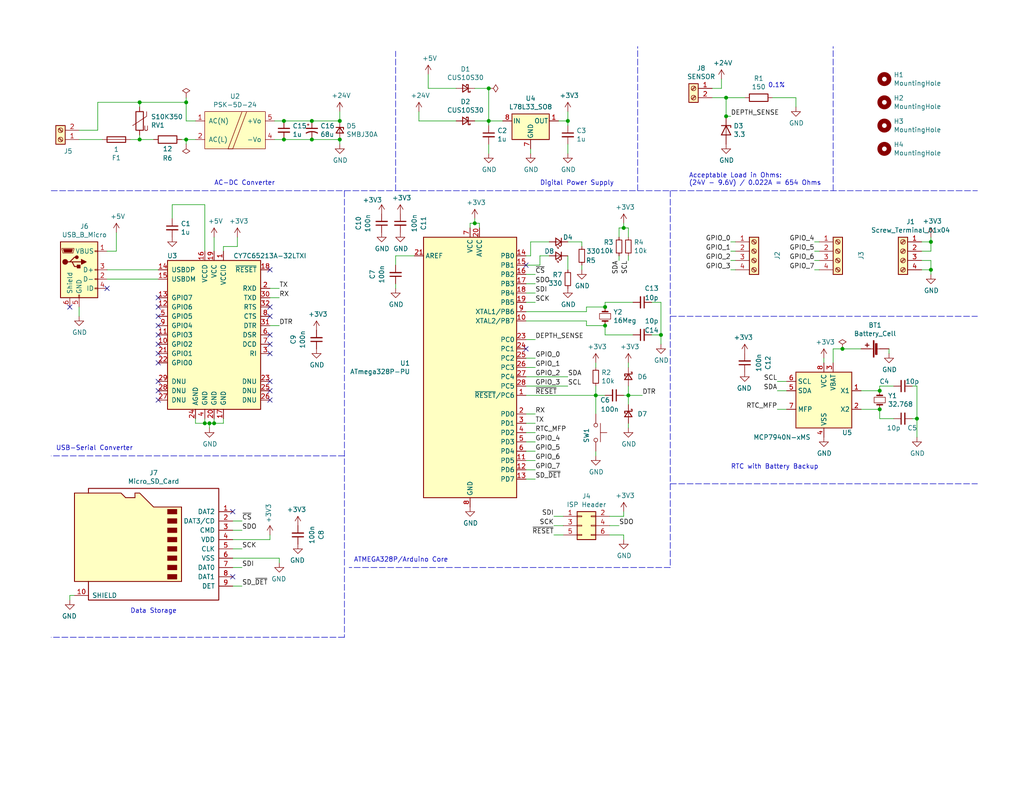
<source format=kicad_sch>
(kicad_sch (version 20211123) (generator eeschema)
  (paper "USLetter")
  (title_block (title "Well Depth Monitor") (date "2021-10-29") (rev "1") (company "EWB-SFP") (comment 1 "Hans Gaensbauer"))
  (junction (at 254 73.66))
  (junction (at 77.47 38.1))
  (junction (at 50.8 27.94))
  (junction (at 250.19 114.3))
  (junction (at 154.94 33.02))
  (junction (at 77.47 33.02))
  (junction (at 180.34 91.44))
  (junction (at 165.1 88.9))
  (junction (at 198.12 31.75))
  (junction (at 229.87 95.25))
  (junction (at 38.1 27.94))
  (junction (at 133.35 24.13))
  (junction (at 85.09 33.02))
  (junction (at 165.1 83.82))
  (junction (at 171.45 107.95))
  (junction (at 240.03 106.68))
  (junction (at 58.42 115.57))
  (junction (at 92.71 33.02))
  (junction (at 254 66.04))
  (junction (at 129.54 60.96))
  (junction (at 240.03 111.76))
  (junction (at 133.35 33.02))
  (junction (at 38.1 38.1))
  (junction (at 162.56 107.95))
  (junction (at 50.8 38.1))
  (junction (at 85.09 38.1))
  (junction (at 198.12 26.67))
  (junction (at 170.18 62.23))
  (junction (at 55.88 115.57))
  (junction (at 57.15 115.57))
  (junction (at 92.71 38.1))
  (no_connect (at 19.05 83.82))
  (no_connect (at 143.51 95.25))
  (no_connect (at 43.18 81.28))
  (no_connect (at 43.18 86.36))
  (no_connect (at 73.66 73.66))
  (no_connect (at 73.66 86.36))
  (no_connect (at 43.18 96.52))
  (no_connect (at 73.66 106.68))
  (no_connect (at 73.66 96.52))
  (no_connect (at 73.66 104.14))
  (no_connect (at 29.21 78.74))
  (no_connect (at 43.18 83.82))
  (no_connect (at 73.66 83.82))
  (no_connect (at 73.66 109.22))
  (no_connect (at 43.18 93.98))
  (no_connect (at 63.5 139.7))
  (no_connect (at 143.51 72.39))
  (no_connect (at 43.18 91.44))
  (no_connect (at 73.66 93.98))
  (no_connect (at 43.18 88.9))
  (no_connect (at 43.18 99.06))
  (no_connect (at 73.66 91.44))
  (no_connect (at 63.5 157.48))
  (no_connect (at 43.18 104.14))
  (no_connect (at 43.18 106.68))
  (no_connect (at 43.18 109.22))
  (wire (pts (xy 107.95 69.85) (xy 113.03 69.85)))
  (wire (pts (xy 194.31 26.67) (xy 198.12 26.67)))
  (wire (pts (xy 146.05 120.65) (xy 143.51 120.65)))
  (wire (pts (xy 129.54 60.96) (xy 130.81 60.96)))
  (wire (pts (xy 153.67 140.97) (xy 151.13 140.97)))
  (wire (pts (xy 57.15 115.57) (xy 58.42 115.57)))
  (wire (pts (xy 172.72 82.55) (xy 165.1 82.55)))
  (wire (pts (xy 63.5 160.02) (xy 66.04 160.02)))
  (wire (pts (xy 73.66 146.05) (xy 73.66 147.32)))
  (wire (pts (xy 146.05 113.03) (xy 143.51 113.03)))
  (wire (pts (xy 114.3 30.48) (xy 114.3 33.02)))
  (wire (pts (xy 143.51 92.71) (xy 146.05 92.71)))
  (wire (pts (xy 250.19 119.38) (xy 250.19 114.3)))
  (wire (pts (xy 144.78 66.04) (xy 144.78 69.85)))
  (wire (pts (xy 200.66 68.58) (xy 199.39 68.58)))
  (wire (pts (xy 143.51 102.87) (xy 154.94 102.87)))
  (wire (pts (xy 158.75 73.66) (xy 158.75 72.39)))
  (wire (pts (xy 19.05 162.56) (xy 20.32 162.56)))
  (wire (pts (xy 177.8 91.44) (xy 180.34 91.44)))
  (wire (pts (xy 223.52 68.58) (xy 222.25 68.58)))
  (wire (pts (xy 170.18 139.7) (xy 170.18 140.97)))
  (wire (pts (xy 26.67 35.56) (xy 26.67 27.94)))
  (wire (pts (xy 200.66 66.04) (xy 199.39 66.04)))
  (wire (pts (xy 250.19 105.41) (xy 248.92 105.41)))
  (polyline (pts (xy 227.33 52.07) (xy 227.33 12.7)))
  (wire (pts (xy 43.18 76.2) (xy 29.21 76.2)))
  (wire (pts (xy 175.26 107.95) (xy 171.45 107.95)))
  (polyline (pts (xy 182.88 52.07) (xy 182.88 154.94)))
  (wire (pts (xy 170.18 107.95) (xy 171.45 107.95)))
  (wire (pts (xy 143.51 80.01) (xy 146.05 80.01)))
  (wire (pts (xy 160.02 85.09) (xy 143.51 85.09)))
  (wire (pts (xy 251.46 66.04) (xy 254 66.04)))
  (wire (pts (xy 63.5 147.32) (xy 73.66 147.32)))
  (wire (pts (xy 26.67 27.94) (xy 38.1 27.94)))
  (wire (pts (xy 171.45 99.06) (xy 171.45 100.33)))
  (wire (pts (xy 133.35 33.02) (xy 137.16 33.02)))
  (wire (pts (xy 170.18 62.23) (xy 170.18 60.96)))
  (wire (pts (xy 154.94 69.85) (xy 154.94 73.66)))
  (wire (pts (xy 50.8 27.94) (xy 50.8 26.67)))
  (wire (pts (xy 168.91 69.85) (xy 168.91 71.12)))
  (wire (pts (xy 143.51 87.63) (xy 160.02 87.63)))
  (wire (pts (xy 63.5 144.78) (xy 66.04 144.78)))
  (wire (pts (xy 130.81 60.96) (xy 130.81 62.23)))
  (wire (pts (xy 146.05 125.73) (xy 143.51 125.73)))
  (wire (pts (xy 210.82 26.67) (xy 217.17 26.67)))
  (wire (pts (xy 170.18 140.97) (xy 166.37 140.97)))
  (wire (pts (xy 143.51 107.95) (xy 162.56 107.95)))
  (wire (pts (xy 251.46 73.66) (xy 254 73.66)))
  (wire (pts (xy 143.51 74.93) (xy 146.05 74.93)))
  (wire (pts (xy 53.34 115.57) (xy 55.88 115.57)))
  (wire (pts (xy 21.59 86.36) (xy 21.59 83.82)))
  (wire (pts (xy 234.95 111.76) (xy 240.03 111.76)))
  (wire (pts (xy 116.84 24.13) (xy 124.46 24.13)))
  (polyline (pts (xy 182.88 86.36) (xy 266.7 86.36)))
  (wire (pts (xy 77.47 38.1) (xy 85.09 38.1)))
  (wire (pts (xy 153.67 146.05) (xy 151.13 146.05)))
  (polyline (pts (xy 173.99 52.07) (xy 173.99 12.7)))
  (wire (pts (xy 76.2 88.9) (xy 73.66 88.9)))
  (wire (pts (xy 254 74.93) (xy 254 73.66)))
  (wire (pts (xy 254 73.66) (xy 254 71.12)))
  (wire (pts (xy 172.72 91.44) (xy 165.1 91.44)))
  (wire (pts (xy 196.85 21.59) (xy 196.85 24.13)))
  (wire (pts (xy 143.51 72.39) (xy 147.32 72.39)))
  (wire (pts (xy 200.66 71.12) (xy 199.39 71.12)))
  (wire (pts (xy 162.56 107.95) (xy 165.1 107.95)))
  (wire (pts (xy 214.63 106.68) (xy 212.09 106.68)))
  (wire (pts (xy 198.12 26.67) (xy 203.2 26.67)))
  (wire (pts (xy 55.88 114.3) (xy 55.88 115.57)))
  (wire (pts (xy 76.2 153.67) (xy 76.2 152.4)))
  (wire (pts (xy 234.95 95.25) (xy 229.87 95.25)))
  (wire (pts (xy 58.42 64.77) (xy 58.42 68.58)))
  (wire (pts (xy 143.51 105.41) (xy 154.94 105.41)))
  (wire (pts (xy 154.94 41.91) (xy 154.94 39.37)))
  (wire (pts (xy 38.1 38.1) (xy 38.1 36.83)))
  (wire (pts (xy 171.45 62.23) (xy 171.45 64.77)))
  (wire (pts (xy 73.66 78.74) (xy 76.2 78.74)))
  (wire (pts (xy 154.94 33.02) (xy 154.94 34.29)))
  (wire (pts (xy 146.05 123.19) (xy 143.51 123.19)))
  (wire (pts (xy 49.53 38.1) (xy 50.8 38.1)))
  (wire (pts (xy 64.77 64.77) (xy 64.77 67.31)))
  (wire (pts (xy 180.34 82.55) (xy 177.8 82.55)))
  (wire (pts (xy 240.03 114.3) (xy 240.03 111.76)))
  (wire (pts (xy 128.27 60.96) (xy 128.27 62.23)))
  (wire (pts (xy 74.93 33.02) (xy 77.47 33.02)))
  (wire (pts (xy 243.84 105.41) (xy 240.03 105.41)))
  (polyline (pts (xy 182.88 154.94) (xy 95.25 154.94)))
  (wire (pts (xy 248.92 114.3) (xy 250.19 114.3)))
  (wire (pts (xy 214.63 111.76) (xy 212.09 111.76)))
  (wire (pts (xy 55.88 55.88) (xy 55.88 68.58)))
  (wire (pts (xy 165.1 82.55) (xy 165.1 83.82)))
  (wire (pts (xy 146.05 128.27) (xy 143.51 128.27)))
  (wire (pts (xy 143.51 97.79) (xy 146.05 97.79)))
  (wire (pts (xy 73.66 81.28) (xy 76.2 81.28)))
  (wire (pts (xy 170.18 146.05) (xy 166.37 146.05)))
  (wire (pts (xy 158.75 67.31) (xy 158.75 66.04)))
  (wire (pts (xy 250.19 114.3) (xy 250.19 105.41)))
  (wire (pts (xy 168.91 62.23) (xy 168.91 64.77)))
  (wire (pts (xy 162.56 105.41) (xy 162.56 107.95)))
  (wire (pts (xy 144.78 69.85) (xy 143.51 69.85)))
  (wire (pts (xy 85.09 38.1) (xy 92.71 38.1)))
  (wire (pts (xy 162.56 124.46) (xy 162.56 123.19)))
  (wire (pts (xy 223.52 66.04) (xy 222.25 66.04)))
  (wire (pts (xy 133.35 24.13) (xy 133.35 33.02)))
  (wire (pts (xy 76.2 152.4) (xy 63.5 152.4)))
  (wire (pts (xy 152.4 33.02) (xy 154.94 33.02)))
  (wire (pts (xy 107.95 78.74) (xy 107.95 77.47)))
  (wire (pts (xy 74.93 38.1) (xy 77.47 38.1)))
  (wire (pts (xy 171.45 69.85) (xy 171.45 71.12)))
  (polyline (pts (xy 93.98 124.46) (xy 13.97 124.46)))
  (wire (pts (xy 154.94 30.48) (xy 154.94 33.02)))
  (wire (pts (xy 77.47 33.02) (xy 85.09 33.02)))
  (polyline (pts (xy 107.95 52.07) (xy 107.95 13.97)))
  (wire (pts (xy 171.45 107.95) (xy 171.45 110.49)))
  (wire (pts (xy 129.54 60.96) (xy 128.27 60.96)))
  (wire (pts (xy 85.09 33.02) (xy 92.71 33.02)))
  (wire (pts (xy 63.5 149.86) (xy 66.04 149.86)))
  (wire (pts (xy 21.59 35.56) (xy 26.67 35.56)))
  (wire (pts (xy 170.18 62.23) (xy 168.91 62.23)))
  (wire (pts (xy 223.52 71.12) (xy 222.25 71.12)))
  (wire (pts (xy 50.8 39.37) (xy 50.8 38.1)))
  (wire (pts (xy 29.21 73.66) (xy 43.18 73.66)))
  (wire (pts (xy 38.1 27.94) (xy 50.8 27.94)))
  (wire (pts (xy 46.99 59.69) (xy 46.99 55.88)))
  (wire (pts (xy 227.33 95.25) (xy 227.33 99.06)))
  (wire (pts (xy 214.63 104.14) (xy 212.09 104.14)))
  (wire (pts (xy 66.04 142.24) (xy 63.5 142.24)))
  (wire (pts (xy 160.02 83.82) (xy 165.1 83.82)))
  (wire (pts (xy 158.75 66.04) (xy 154.94 66.04)))
  (wire (pts (xy 147.32 72.39) (xy 147.32 69.85)))
  (wire (pts (xy 31.75 68.58) (xy 29.21 68.58)))
  (wire (pts (xy 149.86 69.85) (xy 147.32 69.85)))
  (wire (pts (xy 180.34 91.44) (xy 180.34 82.55)))
  (wire (pts (xy 46.99 55.88) (xy 55.88 55.88)))
  (wire (pts (xy 223.52 73.66) (xy 222.25 73.66)))
  (wire (pts (xy 19.05 163.83) (xy 19.05 162.56)))
  (polyline (pts (xy 182.88 132.08) (xy 266.7 132.08)))
  (wire (pts (xy 66.04 154.94) (xy 63.5 154.94)))
  (wire (pts (xy 146.05 130.81) (xy 143.51 130.81)))
  (wire (pts (xy 129.54 24.13) (xy 133.35 24.13)))
  (wire (pts (xy 198.12 31.75) (xy 199.39 31.75)))
  (wire (pts (xy 162.56 113.03) (xy 162.56 107.95)))
  (wire (pts (xy 143.51 82.55) (xy 146.05 82.55)))
  (wire (pts (xy 180.34 93.98) (xy 180.34 91.44)))
  (wire (pts (xy 143.51 100.33) (xy 146.05 100.33)))
  (wire (pts (xy 50.8 38.1) (xy 53.34 38.1)))
  (wire (pts (xy 55.88 115.57) (xy 57.15 115.57)))
  (wire (pts (xy 198.12 26.67) (xy 198.12 31.75)))
  (wire (pts (xy 160.02 87.63) (xy 160.02 88.9)))
  (wire (pts (xy 162.56 99.06) (xy 162.56 100.33)))
  (wire (pts (xy 133.35 33.02) (xy 129.54 33.02)))
  (wire (pts (xy 229.87 95.25) (xy 227.33 95.25)))
  (polyline (pts (xy 13.97 52.07) (xy 266.7 52.07)))
  (wire (pts (xy 170.18 62.23) (xy 171.45 62.23)))
  (wire (pts (xy 160.02 83.82) (xy 160.02 85.09)))
  (polyline (pts (xy 93.98 173.99) (xy 13.97 173.99)))
  (wire (pts (xy 251.46 68.58) (xy 254 68.58)))
  (wire (pts (xy 160.02 88.9) (xy 165.1 88.9)))
  (wire (pts (xy 254 68.58) (xy 254 66.04)))
  (wire (pts (xy 58.42 114.3) (xy 58.42 115.57)))
  (wire (pts (xy 92.71 30.48) (xy 92.71 33.02)))
  (wire (pts (xy 143.51 77.47) (xy 146.05 77.47)))
  (wire (pts (xy 149.86 66.04) (xy 144.78 66.04)))
  (wire (pts (xy 38.1 29.21) (xy 38.1 27.94)))
  (wire (pts (xy 146.05 115.57) (xy 143.51 115.57)))
  (wire (pts (xy 92.71 39.37) (xy 92.71 38.1)))
  (wire (pts (xy 133.35 41.91) (xy 133.35 39.37)))
  (wire (pts (xy 21.59 38.1) (xy 27.94 38.1)))
  (wire (pts (xy 243.84 114.3) (xy 240.03 114.3)))
  (wire (pts (xy 129.54 59.69) (xy 129.54 60.96)))
  (wire (pts (xy 240.03 105.41) (xy 240.03 106.68)))
  (wire (pts (xy 31.75 63.5) (xy 31.75 68.58)))
  (wire (pts (xy 53.34 114.3) (xy 53.34 115.57)))
  (wire (pts (xy 254 71.12) (xy 251.46 71.12)))
  (wire (pts (xy 114.3 33.02) (xy 124.46 33.02)))
  (wire (pts (xy 58.42 115.57) (xy 60.96 115.57)))
  (wire (pts (xy 171.45 116.84) (xy 171.45 115.57)))
  (wire (pts (xy 234.95 106.68) (xy 240.03 106.68)))
  (wire (pts (xy 57.15 115.57) (xy 57.15 116.84)))
  (wire (pts (xy 168.91 143.51) (xy 166.37 143.51)))
  (wire (pts (xy 217.17 26.67) (xy 217.17 29.21)))
  (wire (pts (xy 224.79 97.79) (xy 224.79 99.06)))
  (wire (pts (xy 133.35 33.02) (xy 133.35 34.29)))
  (wire (pts (xy 200.66 73.66) (xy 199.39 73.66)))
  (wire (pts (xy 107.95 72.39) (xy 107.95 69.85)))
  (wire (pts (xy 242.57 96.52) (xy 242.57 95.25)))
  (wire (pts (xy 170.18 147.32) (xy 170.18 146.05)))
  (wire (pts (xy 60.96 115.57) (xy 60.96 114.3)))
  (wire (pts (xy 41.91 38.1) (xy 38.1 38.1)))
  (wire (pts (xy 116.84 20.32) (xy 116.84 24.13)))
  (wire (pts (xy 146.05 118.11) (xy 143.51 118.11)))
  (wire (pts (xy 144.78 41.91) (xy 144.78 40.64)))
  (wire (pts (xy 151.13 143.51) (xy 153.67 143.51)))
  (wire (pts (xy 53.34 33.02) (xy 50.8 33.02)))
  (wire (pts (xy 60.96 67.31) (xy 60.96 68.58)))
  (wire (pts (xy 50.8 27.94) (xy 50.8 33.02)))
  (wire (pts (xy 196.85 24.13) (xy 194.31 24.13)))
  (wire (pts (xy 165.1 91.44) (xy 165.1 88.9)))
  (wire (pts (xy 254 66.04) (xy 254 64.77)))
  (wire (pts (xy 64.77 67.31) (xy 60.96 67.31)))
  (wire (pts (xy 35.56 38.1) (xy 38.1 38.1)))
  (polyline (pts (xy 93.98 52.07) (xy 93.98 173.99)))
  (wire (pts (xy 171.45 105.41) (xy 171.45 107.95)))
  (text "RTC with Battery Backup" (at 199.39 128.27 0) (effects (font (size 1.27 1.27)) (justify left bottom)))
  (text "USB-Serial Converter" (at 15.24 123.19 0) (effects (font (size 1.27 1.27)) (justify left bottom)))
  (text "Data Storage" (at 48.26 167.64 180) (effects (font (size 1.27 1.27)) (justify right bottom)))
  (text "AC-DC Converter" (at 58.42 50.8 0) (effects (font (size 1.27 1.27)) (justify left bottom)))
  (text "Digital Power Supply" (at 147.32 50.8 0) (effects (font (size 1.27 1.27)) (justify left bottom)))
  (text "Acceptable Load in Ohms: \n(24V - 9.6V) / 0.022A = 654 Ohms" (at 187.96 50.8 0) (effects (font (size 1.27 1.27)) (justify left bottom)))
  (text "0.1%" (at 209.55 24.13 0) (effects (font (size 1.27 1.27)) (justify left bottom)))
  (text "ATMEGA328P/Arduino Core" (at 96.52 153.67 0) (effects (font (size 1.27 1.27)) (justify left bottom)))
  (label "SDI" (at 66.04 154.94 0))
  (label "RX" (at 146.05 113.03 0))
  (label "SDA" (at 212.09 106.68 180))
  (label "GPIO_1" (at 146.05 100.33 0))
  (label "SCK" (at 146.05 82.55 0))
  (label "GPIO_2" (at 146.05 102.87 0))
  (label "SCK" (at 151.13 143.51 180))
  (label "SDO" (at 168.91 143.51 0))
  (label "SDA" (at 154.94 102.87 0))
  (label "GPIO_7" (at 222.25 73.66 180))
  (label "RX" (at 76.2 81.28 0))
  (label "SDA" (at 168.91 71.12 270))
  (label "GPIO_3" (at 199.39 73.66 180))
  (label "SD_~{DET}" (at 146.05 130.81 0))
  (label "SD_~{DET}" (at 66.04 160.02 0))
  (label "SCK" (at 66.04 149.86 0))
  (label "GPIO_7" (at 146.05 128.27 0))
  (label "DTR" (at 175.26 107.95 0))
  (label "SDI" (at 146.05 80.01 0))
  (label "GPIO_1" (at 199.39 68.58 180))
  (label "~{CS}" (at 146.05 74.93 0))
  (label "GPIO_5" (at 222.25 68.58 180))
  (label "DTR" (at 76.2 88.9 0))
  (label "RTC_MFP" (at 212.09 111.76 180))
  (label "DEPTH_SENSE" (at 199.39 31.75 0))
  (label "SCL" (at 154.94 105.41 0))
  (label "GPIO_5" (at 146.05 123.19 0))
  (label "SDO" (at 66.04 144.78 0))
  (label "DEPTH_SENSE" (at 146.05 92.71 0))
  (label "RTC_MFP" (at 146.05 118.11 0))
  (label "~{RESET}" (at 146.05 107.95 0))
  (label "SCL" (at 171.45 71.12 270))
  (label "GPIO_6" (at 146.05 125.73 0))
  (label "SDO" (at 146.05 77.47 0))
  (label "GPIO_6" (at 222.25 71.12 180))
  (label "GPIO_0" (at 199.39 66.04 180))
  (label "SDI" (at 151.13 140.97 180))
  (label "GPIO_2" (at 199.39 71.12 180))
  (label "~{CS}" (at 66.04 142.24 0))
  (label "GPIO_4" (at 146.05 120.65 0))
  (label "TX" (at 76.2 78.74 0))
  (label "GPIO_4" (at 222.25 66.04 180))
  (label "GPIO_0" (at 146.05 97.79 0))
  (label "GPIO_3" (at 146.05 105.41 0))
  (label "~{RESET}" (at 151.13 146.05 180))
  (label "TX" (at 146.05 115.57 0))
  (label "SCL" (at 212.09 104.14 180))
  (symbol (lib_id "well-monitor:Micro_SD_Card") (at 40.64 147.32 0) (mirror y) (unit 1)
    (property "Reference" "J7" (at 41.91 129.1082 0))
    (property "Value" "Micro_SD_Card" (at 41.91 131.4196 0))
    (property "Footprint" "well-monitor:MEM2051-00-195-00-A" (effects hide))
  )
  (symbol (lib_id "well-monitor:PSK-5D-24") (at 63.5 34.29 0) (unit 1)
    (property "Reference" "U2" (at 64.135 26.289 0))
    (property "Value" "PSK-5D-24" (at 64.135 28.6004 0))
    (property "Footprint" "well-monitor:PSK-5D-24" (effects hide))
    (property "Datasheet" "https://www.cui.com/product/resource/psk-5d.pdf" (effects hide))
  )
  (symbol (lib_id "Connector:Screw_Terminal_01x02") (at 16.51 38.1 180) (unit 1)
    (property "Reference" "J5" (at 18.5928 41.275 0))
    (property "Value" "Screw_Terminal_01x02" (effects hide))
    (property "Footprint" "well-monitor:TerminalBlock_Phoenix_PT-1,5-2-5.0-H_1x02_P5.00mm_Horizontal" (effects hide))
  )
  (symbol (lib_id "power:GND") (at 92.71 39.37 0) (unit 1)
    (property "Reference" "#PWR0110" (effects hide))
    (property "Value" "GND" (at 92.837 43.7642 0))
  )
  (symbol (lib_id "power:+24V") (at 92.71 30.48 0) (unit 1)
    (property "Reference" "#PWR0111" (effects hide))
    (property "Value" "+24V" (at 93.091 26.0858 0))
  )
  (symbol (lib_id "Device:Fuse") (at 31.75 38.1 270) (mirror x) (unit 1)
    (property "Reference" "F1" (at 31.75 43.1038 90))
    (property "Value" "1" (at 31.75 40.7924 90))
    (property "Footprint" "Fuse:Fuse_1206_3216Metric" (effects hide))
  )
  (symbol (lib_id "Device:C_Small") (at 104.14 60.96 180) (unit 1)
    (property "Reference" "C10" (at 97.79 60.96 90))
    (property "Value" "100n" (at 100.33 60.96 90))
    (property "Footprint" "Capacitor_SMD:C_0603_1608Metric" (effects hide))
  )
  (symbol (lib_id "Device:C_Small") (at 109.22 60.96 0) (unit 1)
    (property "Reference" "C11" (at 115.57 60.96 90))
    (property "Value" "100n" (at 113.03 60.96 90))
    (property "Footprint" "Capacitor_SMD:C_0603_1608Metric" (effects hide))
  )
  (symbol (lib_id "power:GND") (at 104.14 63.5 0) (unit 1)
    (property "Reference" "#PWR07" (effects hide))
    (property "Value" "GND" (at 104.267 67.8942 0))
  )
  (symbol (lib_id "power:GND") (at 109.22 63.5 0) (unit 1)
    (property "Reference" "#PWR09" (effects hide))
    (property "Value" "GND" (at 109.347 67.8942 0))
  )
  (symbol (lib_id "power:+3.3V") (at 109.22 58.42 0) (unit 1)
    (property "Reference" "#PWR08" (effects hide))
    (property "Value" "+3.3V" (at 109.601 54.0258 0))
  )
  (symbol (lib_id "power:+3.3V") (at 104.14 58.42 0) (unit 1)
    (property "Reference" "#PWR06" (effects hide))
    (property "Value" "+3.3V" (at 101.6 54.61 0))
  )
  (symbol (lib_id "Interface_USB:CY7C65213A-32LTXI") (at 58.42 88.9 0) (mirror y) (unit 1)
    (property "Reference" "U3" (at 46.99 69.85 0))
    (property "Value" "CY7C65213A-32LTXI" (at 73.66 69.85 0))
    (property "Footprint" "Package_DFN_QFN:QFN-32-1EP_5x5mm_P0.5mm_EP3.45x3.45mm" (effects hide))
    (property "Datasheet" "http://www.cypress.com/file/139881/download" (effects hide))
  )
  (symbol (lib_id "Device:C_Small") (at 86.36 92.71 180) (unit 1)
    (property "Reference" "C9" (at 80.01 92.71 90))
    (property "Value" "100n" (at 82.55 92.71 90))
    (property "Footprint" "Capacitor_SMD:C_0603_1608Metric" (effects hide))
  )
  (symbol (lib_id "power:GND") (at 86.36 95.25 0) (unit 1)
    (property "Reference" "#PWR05" (effects hide))
    (property "Value" "GND" (at 86.487 99.6442 0))
  )
  (symbol (lib_id "power:+3.3V") (at 86.36 90.17 0) (unit 1)
    (property "Reference" "#PWR04" (effects hide))
    (property "Value" "+3.3V" (at 86.741 85.7758 0))
  )
  (symbol (lib_id "Device:C_Small") (at 81.28 146.05 0) (mirror x) (unit 1)
    (property "Reference" "C8" (at 87.63 146.05 90))
    (property "Value" "100n" (at 85.09 146.05 90))
    (property "Footprint" "Capacitor_SMD:C_0603_1608Metric" (effects hide))
  )
  (symbol (lib_id "power:GND") (at 81.28 148.59 0) (mirror y) (unit 1)
    (property "Reference" "#PWR03" (effects hide))
    (property "Value" "GND" (at 81.153 152.9842 0))
  )
  (symbol (lib_id "power:+3.3V") (at 81.28 143.51 0) (mirror y) (unit 1)
    (property "Reference" "#PWR02" (effects hide))
    (property "Value" "+3.3V" (at 80.899 139.1158 0))
  )
  (symbol (lib_id "Device:C_Small") (at 203.2 99.06 0) (mirror x) (unit 1)
    (property "Reference" "C12" (at 209.55 99.06 90))
    (property "Value" "100n" (at 207.01 99.06 90))
    (property "Footprint" "Capacitor_SMD:C_0603_1608Metric" (effects hide))
  )
  (symbol (lib_id "power:GND") (at 203.2 101.6 0) (mirror y) (unit 1)
    (property "Reference" "#PWR011" (effects hide))
    (property "Value" "GND" (at 203.073 105.9942 0))
  )
  (symbol (lib_id "power:+3.3V") (at 203.2 96.52 0) (mirror y) (unit 1)
    (property "Reference" "#PWR010" (effects hide))
    (property "Value" "+3.3V" (at 202.819 92.1258 0))
  )
  (symbol (lib_id "Connector:USB_B_Micro") (at 21.59 73.66 0) (unit 1)
    (property "Reference" "J6" (at 23.0378 61.7982 0))
    (property "Value" "USB_B_Micro" (at 23.0378 64.1096 0))
    (property "Footprint" "well-monitor:USB_Micro-B_GCT_USB3076-30-A" (effects hide))
  )
  (symbol (lib_id "power:+5V") (at 58.42 64.77 0) (unit 1)
    (property "Reference" "#PWR0112" (effects hide))
    (property "Value" "+5V" (at 58.801 60.3758 0))
  )
  (symbol (lib_id "Device:Crystal_Small") (at 165.1 86.36 270) (unit 1)
    (property "Reference" "Y2" (at 167.3352 85.1916 90) (effects (justify left)))
    (property "Value" "16Meg" (at 167.3352 87.503 90) (effects (justify left)))
    (property "Footprint" "Crystal:Crystal_HC49-U_Vertical" (effects hide))
  )
  (symbol (lib_id "Device:C_Small") (at 175.26 82.55 270) (unit 1)
    (property "Reference" "C13" (at 177.8 78.74 90))
    (property "Value" "10p" (at 177.8 81.28 90))
    (property "Footprint" "Capacitor_SMD:C_0603_1608Metric" (effects hide))
  )
  (symbol (lib_id "Device:C_Small") (at 175.26 91.44 90) (unit 1)
    (property "Reference" "C14" (at 177.8 90.17 90))
    (property "Value" "10p" (at 177.8 87.63 90))
    (property "Footprint" "Capacitor_SMD:C_0603_1608Metric" (effects hide))
  )
  (symbol (lib_id "power:GND") (at 180.34 93.98 0) (unit 1)
    (property "Reference" "#PWR0135" (effects hide))
    (property "Value" "GND" (at 180.467 98.3742 0))
  )
  (symbol (lib_id "power:GND") (at 57.15 116.84 0) (unit 1)
    (property "Reference" "#PWR0114" (effects hide))
    (property "Value" "GND" (at 57.277 121.2342 0))
  )
  (symbol (lib_id "power:+3.3V") (at 64.77 64.77 0) (unit 1)
    (property "Reference" "#PWR0113" (effects hide))
    (property "Value" "+3.3V" (at 65.151 60.3758 0))
  )
  (symbol (lib_id "Device:C_Small") (at 46.99 62.23 0) (unit 1)
    (property "Reference" "C1" (at 49.3268 61.0616 0) (effects (justify left)))
    (property "Value" "1u" (at 49.3268 63.373 0) (effects (justify left)))
    (property "Footprint" "Capacitor_SMD:C_0603_1608Metric" (effects hide))
  )
  (symbol (lib_id "power:GND") (at 46.99 64.77 0) (unit 1)
    (property "Reference" "#PWR0115" (effects hide))
    (property "Value" "GND" (effects hide))
  )
  (symbol (lib_id "power:+5V") (at 31.75 63.5 0) (unit 1)
    (property "Reference" "#PWR0116" (effects hide))
    (property "Value" "+5V" (at 32.131 59.1058 0))
  )
  (symbol (lib_id "power:GND") (at 21.59 86.36 0) (unit 1)
    (property "Reference" "#PWR0117" (effects hide))
    (property "Value" "GND" (at 21.717 90.7542 0))
  )
  (symbol (lib_id "Timer:MCP7940N-xMS") (at 224.79 109.22 0) (unit 1)
    (property "Reference" "U5" (at 231.14 118.11 0))
    (property "Value" "MCP7940N-xMS" (at 213.36 119.38 0))
    (property "Footprint" "Package_SO:MSOP-8_3x3mm_P0.65mm" (effects hide))
    (property "Datasheet" "http://ww1.microchip.com/downloads/en/DeviceDoc/20005010F.pdf" (effects hide))
  )
  (symbol (lib_id "Device:Varistor") (at 38.1 33.02 0) (mirror y) (unit 1)
    (property "Reference" "RV1" (at 41.1734 34.1884 0) (effects (justify right)))
    (property "Value" "S10K350" (at 41.1734 31.877 0) (effects (justify right)))
    (property "Footprint" "Varistor:RV_Disc_D12mm_W5.4mm_P7.5mm" (effects hide))
  )
  (symbol (lib_id "Regulator_Linear:L78L33_SO8") (at 144.78 33.02 0) (unit 1)
    (property "Reference" "U4" (at 144.78 26.8732 0))
    (property "Value" "L78L33_SO8" (at 144.78 29.1846 0))
    (property "Footprint" "Package_SO:SOIC-8_3.9x4.9mm_P1.27mm" (effects hide))
    (property "Datasheet" "http://www.st.com/content/ccc/resource/technical/document/datasheet/15/55/e5/aa/23/5b/43/fd/CD00000446.pdf/files/CD00000446.pdf/jcr:content/translations/en.CD00000446.pdf" (effects hide))
  )
  (symbol (lib_id "Device:D_Schottky_Small") (at 127 33.02 180) (unit 1)
    (property "Reference" "D2" (at 127 27.7622 0))
    (property "Value" "CUS10S30" (at 127 30.0736 0))
    (property "Footprint" "Diode_SMD:D_SOD-323" (effects hide))
  )
  (symbol (lib_id "Device:D_Schottky_Small") (at 127 24.13 180) (unit 1)
    (property "Reference" "D1" (at 127 18.8722 0))
    (property "Value" "CUS10S30" (at 127 21.1836 0))
    (property "Footprint" "Diode_SMD:D_SOD-323" (effects hide))
  )
  (symbol (lib_id "power:+5V") (at 116.84 20.32 0) (unit 1)
    (property "Reference" "#PWR0118" (effects hide))
    (property "Value" "+5V" (at 117.221 15.9258 0))
  )
  (symbol (lib_id "Device:D_Schottky_Small") (at 171.45 102.87 270) (unit 1)
    (property "Reference" "D6" (at 175.26 102.87 90))
    (property "Value" "CUS10S30" (effects hide))
    (property "Footprint" "Diode_SMD:D_SOD-323" (effects hide))
  )
  (symbol (lib_id "Device:D_Schottky_Small") (at 171.45 113.03 270) (unit 1)
    (property "Reference" "D7" (at 175.26 113.03 90))
    (property "Value" "CUS10S30" (effects hide))
    (property "Footprint" "Diode_SMD:D_SOD-323" (effects hide))
  )
  (symbol (lib_id "power:+3.3V") (at 171.45 99.06 0) (unit 1)
    (property "Reference" "#PWR012" (effects hide))
    (property "Value" "+3.3V" (at 171.831 94.6658 0))
  )
  (symbol (lib_id "power:+24V") (at 114.3 30.48 0) (unit 1)
    (property "Reference" "#PWR0119" (effects hide))
    (property "Value" "+24V" (at 114.681 26.0858 0))
  )
  (symbol (lib_id "power:GND") (at 144.78 41.91 0) (unit 1)
    (property "Reference" "#PWR0120" (effects hide))
    (property "Value" "GND" (at 144.907 46.3042 0))
  )
  (symbol (lib_id "Device:C_Small") (at 133.35 36.83 0) (unit 1)
    (property "Reference" "C2" (at 135.6868 35.6616 0) (effects (justify left)))
    (property "Value" "1u" (at 135.6868 37.973 0) (effects (justify left)))
    (property "Footprint" "Capacitor_SMD:C_0603_1608Metric" (effects hide))
  )
  (symbol (lib_id "Device:C_Small") (at 154.94 36.83 0) (unit 1)
    (property "Reference" "C3" (at 157.2768 35.6616 0) (effects (justify left)))
    (property "Value" "1u" (at 157.2768 37.973 0) (effects (justify left)))
    (property "Footprint" "Capacitor_SMD:C_0603_1608Metric" (effects hide))
  )
  (symbol (lib_id "power:GND") (at 133.35 41.91 0) (unit 1)
    (property "Reference" "#PWR0121" (effects hide))
    (property "Value" "GND" (at 133.477 46.3042 0))
  )
  (symbol (lib_id "power:GND") (at 154.94 41.91 0) (unit 1)
    (property "Reference" "#PWR0122" (effects hide))
    (property "Value" "GND" (at 155.067 46.3042 0))
  )
  (symbol (lib_id "power:+3.3V") (at 154.94 30.48 0) (unit 1)
    (property "Reference" "#PWR0123" (effects hide))
    (property "Value" "+3.3V" (at 155.321 26.0858 0))
  )
  (symbol (lib_id "Device:R") (at 45.72 38.1 90) (mirror x) (unit 1)
    (property "Reference" "R6" (at 45.72 43.18 90))
    (property "Value" "12" (at 45.72 40.64 90))
    (property "Footprint" "Resistor_THT:R_Axial_DIN0614_L14.3mm_D5.7mm_P20.32mm_Horizontal" (effects hide))
  )
  (symbol (lib_id "power:+24V") (at 196.85 21.59 0) (unit 1)
    (property "Reference" "#PWR0124" (effects hide))
    (property "Value" "+24V" (at 197.231 17.1958 0))
  )
  (symbol (lib_id "power:GND") (at 217.17 29.21 0) (unit 1)
    (property "Reference" "#PWR0125" (effects hide))
    (property "Value" "GND" (at 217.297 33.6042 0))
  )
  (symbol (lib_id "Connector:Screw_Terminal_01x02") (at 189.23 24.13 0) (mirror y) (unit 1)
    (property "Reference" "J8" (at 191.3128 18.6182 0))
    (property "Value" "SENSOR" (at 191.3128 20.9296 0))
    (property "Footprint" "well-monitor:TerminalBlock_Phoenix_PT-1,5-2-5.0-H_1x02_P5.00mm_Horizontal" (effects hide))
  )
  (symbol (lib_id "Device:R") (at 207.01 26.67 270) (unit 1)
    (property "Reference" "R1" (at 207.01 21.4122 90))
    (property "Value" "150" (at 207.01 23.7236 90))
    (property "Footprint" "Resistor_SMD:R_0603_1608Metric" (effects hide))
  )
  (symbol (lib_id "power:GND") (at 171.45 116.84 0) (unit 1)
    (property "Reference" "#PWR013" (effects hide))
    (property "Value" "GND" (at 171.577 121.2342 0))
  )
  (symbol (lib_id "Device:D_Zener") (at 198.12 35.56 270) (unit 1)
    (property "Reference" "D3" (at 200.152 34.3916 90) (effects (justify left)))
    (property "Value" "3.3" (at 200.152 36.703 90) (effects (justify left)))
    (property "Footprint" "Diode_SMD:D_SOD-123" (effects hide))
  )
  (symbol (lib_id "power:GND") (at 198.12 39.37 0) (unit 1)
    (property "Reference" "#PWR0126" (effects hide))
    (property "Value" "GND" (at 198.247 43.7642 0))
  )
  (symbol (lib_id "power:GND") (at 224.79 119.38 0) (unit 1)
    (property "Reference" "#PWR0127" (effects hide))
    (property "Value" "GND" (at 224.917 123.7742 0))
  )
  (symbol (lib_id "power:+3.3V") (at 224.79 97.79 0) (unit 1)
    (property "Reference" "#PWR0128" (effects hide))
    (property "Value" "+3.3V" (at 225.171 93.3958 0))
  )
  (symbol (lib_id "Device:Battery_Cell") (at 240.03 95.25 90) (unit 1)
    (property "Reference" "BT1" (at 238.76 88.773 90))
    (property "Value" "Battery_Cell" (at 238.76 91.0844 90))
    (property "Footprint" "well-monitor:BatteryHolder_Keystone_3002_1x2032" (effects hide))
  )
  (symbol (lib_id "power:GND") (at 242.57 96.52 0) (unit 1)
    (property "Reference" "#PWR0129" (effects hide))
    (property "Value" "GND" (at 242.697 100.9142 0))
  )
  (symbol (lib_id "Device:C_Small") (at 77.47 35.56 0) (unit 1)
    (property "Reference" "C15" (at 79.8068 34.3916 0) (effects (justify left)))
    (property "Value" "1u" (at 79.8068 36.703 0) (effects (justify left)))
    (property "Footprint" "Capacitor_SMD:C_1206_3216Metric" (effects hide))
  )
  (symbol (lib_id "Device:LED_Small") (at 152.4 69.85 180) (unit 1)
    (property "Reference" "D8" (at 149.86 68.58 0))
    (property "Value" "LED_Small" (effects hide))
    (property "Footprint" "LED_SMD:LED_0603_1608Metric" (effects hide))
  )
  (symbol (lib_id "Device:CP1_Small") (at 85.09 35.56 0) (unit 1)
    (property "Reference" "C16" (at 87.4014 34.3916 0) (effects (justify left)))
    (property "Value" "68u" (at 87.4014 36.703 0) (effects (justify left)))
    (property "Footprint" "Capacitor_THT:CP_Radial_D10.0mm_P5.00mm" (effects hide))
  )
  (symbol (lib_id "Device:R_Small") (at 154.94 76.2 0) (mirror x) (unit 1)
    (property "Reference" "R7" (at 153.4668 75.0316 0) (effects (justify right)))
    (property "Value" "330" (at 153.4668 77.343 0) (effects (justify right)))
    (property "Footprint" "Resistor_SMD:R_0603_1608Metric" (effects hide))
  )
  (symbol (lib_id "power:GND") (at 154.94 78.74 0) (unit 1)
    (property "Reference" "#PWR014" (effects hide))
    (property "Value" "GND" (at 155.067 83.1342 0))
  )
  (symbol (lib_id "Device:Crystal_Small") (at 240.03 109.22 270) (unit 1)
    (property "Reference" "Y1" (at 242.2652 108.0516 90) (effects (justify left)))
    (property "Value" "32.768" (at 242.2652 110.363 90) (effects (justify left)))
    (property "Footprint" "Crystal:Crystal_SMD_MicroCrystal_CM9V-T1A-2Pin_1.6x1.0mm" (effects hide))
  )
  (symbol (lib_id "Device:C_Small") (at 246.38 105.41 270) (unit 1)
    (property "Reference" "C4" (at 241.3 104.14 90))
    (property "Value" "10p" (at 248.92 104.14 90))
    (property "Footprint" "Capacitor_SMD:C_0603_1608Metric" (effects hide))
  )
  (symbol (lib_id "Device:C_Small") (at 246.38 114.3 90) (unit 1)
    (property "Reference" "C5" (at 248.92 116.84 90))
    (property "Value" "10p" (at 243.84 116.84 90))
    (property "Footprint" "Capacitor_SMD:C_0603_1608Metric" (effects hide))
  )
  (symbol (lib_id "power:GND") (at 250.19 119.38 0) (unit 1)
    (property "Reference" "#PWR0130" (effects hide))
    (property "Value" "GND" (at 250.317 123.7742 0))
  )
  (symbol (lib_id "Device:D_Zener_Small") (at 92.71 35.56 270) (unit 1)
    (property "Reference" "D5" (at 94.488 34.3916 90) (effects (justify left)))
    (property "Value" "SMBJ30A" (at 94.488 36.703 90) (effects (justify left)))
    (property "Footprint" "Diode_SMD:D_SMB" (effects hide))
  )
  (symbol (lib_id "power:GND") (at 128.27 138.43 0) (unit 1)
    (property "Reference" "#PWR0101" (effects hide))
    (property "Value" "GND" (at 128.397 142.8242 0))
  )
  (symbol (lib_id "Device:C_Small") (at 167.64 107.95 270) (unit 1)
    (property "Reference" "C6" (at 165.1 109.22 90))
    (property "Value" "100n" (at 166.37 111.76 90))
    (property "Footprint" "Capacitor_SMD:C_0603_1608Metric" (effects hide))
  )
  (symbol (lib_id "power:+3.3V") (at 129.54 59.69 0) (unit 1)
    (property "Reference" "#PWR0102" (effects hide))
    (property "Value" "+3.3V" (at 129.921 55.2958 0))
  )
  (symbol (lib_id "power:+3.3V") (at 73.66 146.05 0) (mirror y) (unit 1)
    (property "Reference" "#PWR0103" (effects hide))
    (property "Value" "+3.3V" (at 73.279 142.7988 90) (effects (justify left)))
  )
  (symbol (lib_id "power:GND") (at 76.2 153.67 0) (mirror y) (unit 1)
    (property "Reference" "#PWR0104" (effects hide))
    (property "Value" "GND" (at 76.073 158.0642 0))
  )
  (symbol (lib_id "Device:R_Small") (at 162.56 102.87 0) (unit 1)
    (property "Reference" "R2" (at 164.0586 101.7016 0) (effects (justify left)))
    (property "Value" "10k" (at 164.0586 104.013 0) (effects (justify left)))
    (property "Footprint" "Resistor_SMD:R_0603_1608Metric" (effects hide))
  )
  (symbol (lib_id "power:GND") (at 19.05 163.83 0) (mirror y) (unit 1)
    (property "Reference" "#PWR0105" (effects hide))
    (property "Value" "GND" (at 18.923 168.2242 0))
  )
  (symbol (lib_id "MCU_Microchip_ATmega:ATmega328P-PU") (at 128.27 100.33 0) (unit 1)
    (property "Reference" "U1" (at 111.9124 99.1616 0) (effects (justify right)))
    (property "Value" "ATmega328P-PU" (at 111.9124 101.473 0) (effects (justify right)))
    (property "Footprint" "Package_DIP:DIP-28_W7.62mm" (effects hide))
    (property "Datasheet" "http://ww1.microchip.com/downloads/en/DeviceDoc/ATmega328_P%20AVR%20MCU%20with%20picoPower%20Technology%20Data%20Sheet%2040001984A.pdf" (effects hide))
  )
  (symbol (lib_id "Connector_Generic:Conn_02x03_Odd_Even") (at 158.75 143.51 0) (unit 1)
    (property "Reference" "J4" (at 160.02 135.4582 0))
    (property "Value" "ISP Header" (at 160.02 137.7696 0))
    (property "Footprint" "Connector_PinHeader_2.54mm:PinHeader_2x03_P2.54mm_Vertical" (effects hide))
  )
  (symbol (lib_id "power:+3.3V") (at 170.18 139.7 0) (unit 1)
    (property "Reference" "#PWR0106" (effects hide))
    (property "Value" "+3.3V" (at 170.561 135.3058 0))
  )
  (symbol (lib_id "power:GND") (at 170.18 147.32 0) (unit 1)
    (property "Reference" "#PWR0107" (effects hide))
    (property "Value" "GND" (at 170.307 151.7142 0))
  )
  (symbol (lib_id "power:+3.3V") (at 162.56 99.06 0) (unit 1)
    (property "Reference" "#PWR0131" (effects hide))
    (property "Value" "+3.3V" (at 162.941 94.6658 0))
  )
  (symbol (lib_id "Connector:Screw_Terminal_01x04") (at 246.38 68.58 0) (mirror y) (unit 1)
    (property "Reference" "J1" (at 248.4628 60.5282 0))
    (property "Value" "Screw_Terminal_01x04" (at 248.4628 62.8396 0))
    (property "Footprint" "well-monitor:TerminalBlock_Phoenix_PT-1,5-4-5.0-H_1x04_P5.00mm_Horizontal" (effects hide))
  )
  (symbol (lib_id "power:+3.3V") (at 254 64.77 0) (unit 1)
    (property "Reference" "#PWR0108" (effects hide))
    (property "Value" "+3.3V" (at 254.381 60.3758 0))
  )
  (symbol (lib_id "power:GND") (at 254 74.93 0) (unit 1)
    (property "Reference" "#PWR0109" (effects hide))
    (property "Value" "GND" (at 254.127 79.3242 0))
  )
  (symbol (lib_id "Switch:SW_Push") (at 162.56 118.11 270) (unit 1)
    (property "Reference" "SW1" (at 160.02 116.84 0) (effects (justify left)))
    (property "Value" "SW_Push" (effects hide))
    (property "Footprint" "well-monitor:PTS636-SP43-LFS" (effects hide))
  )
  (symbol (lib_id "Connector:Screw_Terminal_01x04") (at 205.74 68.58 0) (unit 1)
    (property "Reference" "J2" (at 212.09 68.58 90) (effects (justify right)))
    (property "Value" "Screw_Terminal_01x04" (effects hide))
    (property "Footprint" "well-monitor:TerminalBlock_Phoenix_PT-1,5-4-5.0-H_1x04_P5.00mm_Horizontal" (effects hide))
  )
  (symbol (lib_id "power:GND") (at 162.56 124.46 0) (unit 1)
    (property "Reference" "#PWR0132" (effects hide))
    (property "Value" "GND" (at 162.687 128.8542 0))
  )
  (symbol (lib_id "Connector:Screw_Terminal_01x04") (at 228.6 68.58 0) (unit 1)
    (property "Reference" "J3" (at 234.95 68.58 90) (effects (justify right)))
    (property "Value" "Screw_Terminal_01x04" (effects hide))
    (property "Footprint" "well-monitor:TerminalBlock_Phoenix_PT-1,5-4-5.0-H_1x04_P5.00mm_Horizontal" (effects hide))
  )
  (symbol (lib_id "Device:R_Small") (at 171.45 67.31 0) (unit 1)
    (property "Reference" "R4" (at 172.9486 66.1416 0) (effects (justify left)))
    (property "Value" "10k" (at 172.9486 68.453 0) (effects (justify left)))
    (property "Footprint" "Resistor_SMD:R_0603_1608Metric" (effects hide))
  )
  (symbol (lib_id "Device:R_Small") (at 168.91 67.31 0) (mirror x) (unit 1)
    (property "Reference" "R3" (at 167.4114 66.1416 0) (effects (justify right)))
    (property "Value" "10k" (at 167.4114 68.453 0) (effects (justify right)))
    (property "Footprint" "Resistor_SMD:R_0603_1608Metric" (effects hide))
  )
  (symbol (lib_id "power:+3.3V") (at 170.18 60.96 0) (unit 1)
    (property "Reference" "#PWR0133" (effects hide))
    (property "Value" "+3.3V" (at 170.561 56.5658 0))
  )
  (symbol (lib_id "power:PWR_FLAG") (at 133.35 24.13 270) (unit 1)
    (property "Reference" "#FLG0101" (effects hide))
    (property "Value" "PWR_FLAG" (effects hide))
  )
  (symbol (lib_id "power:PWR_FLAG") (at 229.87 95.25 0) (unit 1)
    (property "Reference" "#FLG0102" (effects hide))
    (property "Value" "PWR_FLAG" (effects hide))
  )
  (symbol (lib_id "Device:C_Small") (at 107.95 74.93 180) (unit 1)
    (property "Reference" "C7" (at 101.6 74.93 90))
    (property "Value" "100n" (at 104.14 74.93 90))
    (property "Footprint" "Capacitor_SMD:C_0603_1608Metric" (effects hide))
  )
  (symbol (lib_id "power:GND") (at 107.95 78.74 0) (unit 1)
    (property "Reference" "#PWR0134" (effects hide))
    (property "Value" "GND" (at 108.077 83.1342 0))
  )
  (symbol (lib_id "power:PWR_FLAG") (at 50.8 39.37 0) (mirror x) (unit 1)
    (property "Reference" "#FLG0103" (effects hide))
    (property "Value" "PWR_FLAG" (effects hide))
  )
  (symbol (lib_id "power:PWR_FLAG") (at 50.8 26.67 0) (mirror y) (unit 1)
    (property "Reference" "#FLG0104" (effects hide))
    (property "Value" "PWR_FLAG" (effects hide))
  )
  (symbol (lib_id "Device:LED_Small") (at 152.4 66.04 180) (unit 1)
    (property "Reference" "D4" (at 154.94 64.77 0))
    (property "Value" "LED_Small" (effects hide))
    (property "Footprint" "LED_SMD:LED_0603_1608Metric" (effects hide))
  )
  (symbol (lib_id "Device:R_Small") (at 158.75 69.85 0) (mirror x) (unit 1)
    (property "Reference" "R5" (at 162.56 71.12 0) (effects (justify right)))
    (property "Value" "330" (at 163.83 68.58 0) (effects (justify right)))
    (property "Footprint" "Resistor_SMD:R_0603_1608Metric" (effects hide))
  )
  (symbol (lib_id "power:GND") (at 158.75 73.66 0) (unit 1)
    (property "Reference" "#PWR01" (effects hide))
    (property "Value" "GND" (at 158.877 78.0542 0))
  )
  (symbol (lib_id "Mechanical:MountingHole") (at 241.3 34.29 0) (unit 1)
    (property "Reference" "H3" (at 243.84 33.1216 0) (effects (justify left)))
    (property "Value" "MountingHole" (at 243.84 35.433 0) (effects (justify left)))
    (property "Footprint" "MountingHole:MountingHole_3.2mm_M3" (effects hide))
  )
  (symbol (lib_id "Mechanical:MountingHole") (at 241.3 40.64 0) (unit 1)
    (property "Reference" "H4" (at 243.84 39.4716 0) (effects (justify left)))
    (property "Value" "MountingHole" (at 243.84 41.783 0) (effects (justify left)))
    (property "Footprint" "MountingHole:MountingHole_3.2mm_M3" (effects hide))
  )
  (symbol (lib_id "Mechanical:MountingHole") (at 241.3 27.94 0) (unit 1)
    (property "Reference" "H2" (at 243.84 26.7716 0) (effects (justify left)))
    (property "Value" "MountingHole" (at 243.84 29.083 0) (effects (justify left)))
    (property "Footprint" "MountingHole:MountingHole_3.2mm_M3" (effects hide))
  )
  (symbol (lib_id "Mechanical:MountingHole") (at 241.3 21.59 0) (unit 1)
    (property "Reference" "H1" (at 243.84 20.4216 0) (effects (justify left)))
    (property "Value" "MountingHole" (at 243.84 22.733 0) (effects (justify left)))
    (property "Footprint" "MountingHole:MountingHole_3.2mm_M3" (effects hide))
  )
)
</source>
